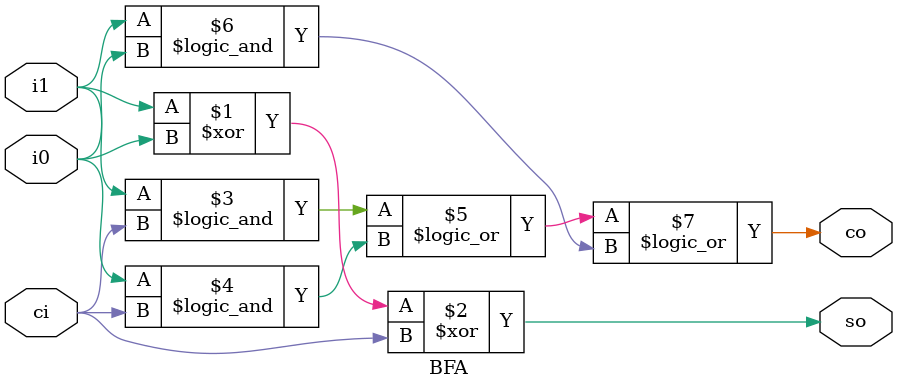
<source format=v>
`timescale 1ns / 1ps
module BFA(i1, i0, ci, so, co);

  input i1, i0, ci;
  output so;
  output co;
  //wire w0, w1, w2; 
  
  assign so = i1^i0^ci;
  assign co = (i1&&ci)||(i0&&ci)||(i1&&i0);


endmodule

</source>
